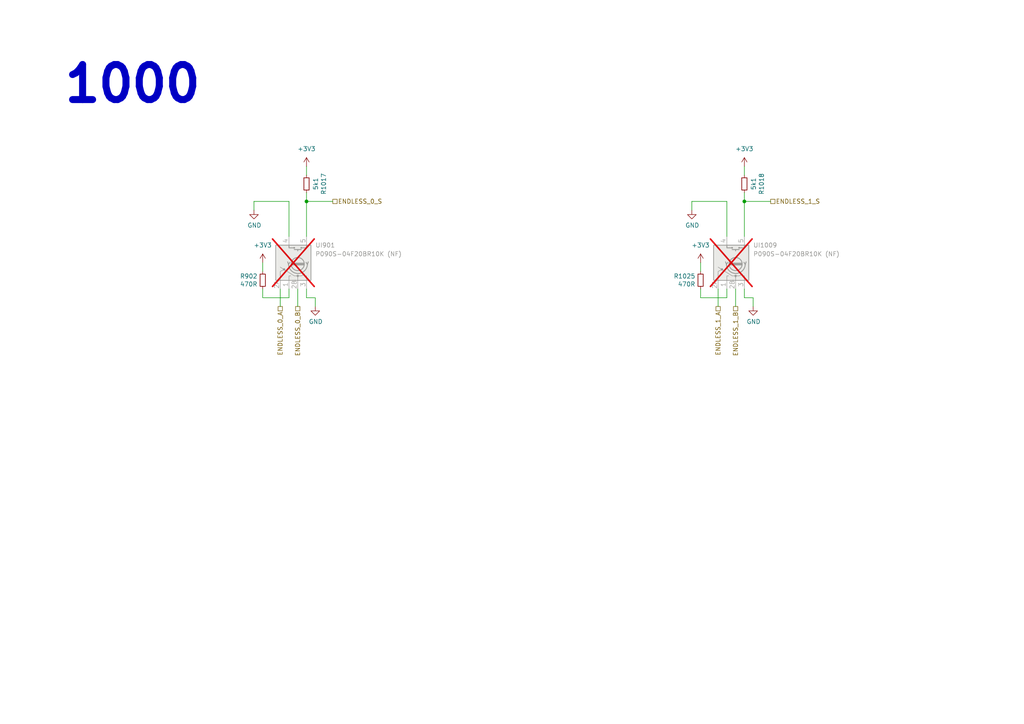
<source format=kicad_sch>
(kicad_sch (version 20250114) (generator "eeschema") (generator_version "9.0")
  (paper "A4")
  (lib_symbols
    (symbol "+3V3_1" (power) (pin_names (offset 0))
      (property "Value" "+3V3" (at 0 3.556 0))
      (symbol "+3V3_1_0_1"
        (polyline (pts (xy -0.762 1.27) (xy 0 2.54)))
        (polyline (pts (xy 0 2.54) (xy 0.762 1.27)))
        (polyline (pts (xy 0 0) (xy 0 2.54)))
      )
      (symbol "+3V3_1_1_1"
        (pin power_in line (at 0 0 90) (length 0) (hide yes) (name "+3V3") (number "1"))
      )
    )
    (symbol "+3V3_6" (power) (pin_names (offset 0))
      (property "Value" "+3V3" (at 0 3.556 0))
      (symbol "+3V3_6_0_1"
        (polyline (pts (xy -0.762 1.27) (xy 0 2.54)))
        (polyline (pts (xy 0 2.54) (xy 0.762 1.27)))
        (polyline (pts (xy 0 0) (xy 0 2.54)))
      )
      (symbol "+3V3_6_1_1"
        (pin power_in line (at 0 0 90) (length 0) (hide yes) (name "+3V3") (number "1"))
      )
    )
    (symbol "GND_1" (power) (pin_names (offset 0))
      (property "Value" "GND" (at 0 -3.81 0))
      (symbol "GND_1_0_1"
        (polyline (pts (xy 0 0) (xy 0 -1.27) (xy 1.27 -1.27) (xy 0 -2.54) (xy -1.27 -1.27) (xy 0 -1.27)))
      )
      (symbol "GND_1_1_1"
        (pin power_in line (at 0 0 270) (length 0) (hide yes) (name "GND") (number "1"))
      )
    )
    (symbol "GND_2" (power) (pin_names (offset 0))
      (property "Value" "GND" (at 0 -3.81 0))
      (symbol "GND_2_0_1"
        (polyline (pts (xy 0 0) (xy 0 -1.27) (xy 1.27 -1.27) (xy 0 -2.54) (xy -1.27 -1.27) (xy 0 -1.27)))
      )
      (symbol "GND_2_1_1"
        (pin power_in line (at 0 0 270) (length 0) (hide yes) (name "GND") (number "1"))
      )
    )
    (symbol "GND_3" (power) (pin_names (offset 0))
      (property "Value" "GND" (at 0 -3.81 0))
      (symbol "GND_3_0_1"
        (polyline (pts (xy 0 0) (xy 0 -1.27) (xy 1.27 -1.27) (xy 0 -2.54) (xy -1.27 -1.27) (xy 0 -1.27)))
      )
      (symbol "GND_3_1_1"
        (pin power_in line (at 0 0 270) (length 0) (hide yes) (name "GND") (number "1"))
      )
    )
    (symbol "RES_1" (pin_numbers (hide yes)) (pin_names (offset 0.254) (hide yes))
      (property "Reference" "R" (at 0.762 0.508 0))
      (symbol "RES_1_1_1"
        (rectangle (start -0.762 1.778) (end 0.762 -1.778) (stroke (width 0.2032)))
        (pin passive line (at 0 2.54 270) (length 0.762) (name "~") (number "1"))
        (pin passive line (at 0 -2.54 90) (length 0.762) (name "~") (number "2"))
      )
    )
    (symbol "RES_4" (pin_numbers (hide yes)) (pin_names (offset 0.254) (hide yes))
      (property "Reference" "R" (at 0.762 0.508 0))
      (symbol "RES_4_1_1"
        (rectangle (start -0.762 1.778) (end 0.762 -1.778) (stroke (width 0.2032)))
        (pin passive line (at 0 2.54 270) (length 0.762) (name "~") (number "1"))
        (pin passive line (at 0 -2.54 90) (length 0.762) (name "~") (number "2"))
      )
    )
    (symbol "power:+3V3" (power) (pin_names (offset 0))
      (property "Value" "+3V3" (at 0 3.556 0))
      (symbol "+3V3_0_1"
        (polyline (pts (xy -0.762 1.27) (xy 0 2.54)))
        (polyline (pts (xy 0 2.54) (xy 0.762 1.27)))
        (polyline (pts (xy 0 0) (xy 0 2.54)))
      )
      (symbol "+3V3_1_1"
        (pin power_in line (at 0 0 90) (length 0) (hide yes) (name "+3V3") (number "1"))
      )
    )
    (symbol "power:GND" (power) (pin_names (offset 0))
      (property "Value" "GND" (at 0 -3.81 0))
      (symbol "GND_0_1"
        (polyline (pts (xy 0 0) (xy 0 -1.27) (xy 1.27 -1.27) (xy 0 -2.54) (xy -1.27 -1.27) (xy 0 -1.27)))
      )
      (symbol "GND_1_1"
        (pin power_in line (at 0 0 270) (length 0) (hide yes) (name "GND") (number "1"))
      )
    )
    (symbol "suku_basics:RES" (pin_numbers (hide yes)) (pin_names (offset 0.254) (hide yes))
      (property "Reference" "R" (at 0.762 0.508 0))
      (symbol "RES_1_1"
        (rectangle (start -0.762 1.778) (end 0.762 -1.778) (stroke (width 0.2032)))
        (pin passive line (at 0 2.54 270) (length 0.762) (name "~") (number "1"))
        (pin passive line (at 0 -2.54 90) (length 0.762) (name "~") (number "2"))
      )
    )
    (symbol "suku_basics:UI_Endless_Potentiometer_Switch" (pin_names (offset 0.254) (hide yes))
      (property "Reference" "UI" (at -3.81 7.62 0))
      (property "Value" "UI_Endless_Potentiometer_Switch" (at 0 -7.62 0))
      (symbol "UI_Endless_Potentiometer_Switch_0_1"
        (rectangle (start -5.08 6.35) (end 5.08 -3.81) (stroke (width 0.254)) (fill (type background)))
        (polyline (pts (xy -5.08 5.08) (xy -4.572 5.08) (xy -2.54 5.08) (xy -1.9304 3.9624)))
        (polyline (pts (xy -5.08 2.54) (xy -3.81 2.54) (xy -3.81 2.032)))
        (polyline (pts (xy -5.08 0) (xy -3.81 0) (xy -3.81 -1.016) (xy -3.302 -2.032)))
        (polyline (pts (xy -5.08 -2.54) (xy -3.81 -2.54) (xy -3.81 -2.032)))
        (polyline (pts (xy -4.318 0) (xy -3.81 0) (xy -3.81 1.016) (xy -1.27 5.08)))
        (circle (center -3.81 0) (radius 0.254) (fill (type outline)))
        (circle (center -1.9304 3.9624) (radius 0.254) (fill (type outline)))
        (polyline (pts (xy -0.635 -1.778) (xy -0.635 1.778)) (stroke (width 0.254)))
        (circle (center -0.381 0) (radius 1.905) (stroke (width 0.254)))
        (polyline (pts (xy -0.381 -1.778) (xy -0.381 1.778)) (stroke (width 0.254)))
        (arc (start -0.381 -2.794) (mid -3.0988 -0.0635) (end -0.381 2.667) (stroke (width 0.254)))
        (polyline (pts (xy -0.127 1.778) (xy -0.127 -1.778)) (stroke (width 0.254)))
        (polyline (pts (xy 0.254 2.921) (xy -0.508 2.667) (xy 0.127 2.286)) (stroke (width 0.254)))
        (polyline (pts (xy 0.254 -3.048) (xy -0.508 -2.794) (xy 0.127 -2.413)) (stroke (width 0.254)))
        (polyline (pts (xy 3.81 1.016) (xy 3.81 -1.016)) (stroke (width 0.254)))
        (polyline (pts (xy 3.81 0) (xy 3.429 0)) (stroke (width 0.254)))
        (circle (center 4.318 1.016) (radius 0.127) (stroke (width 0.254)))
        (circle (center 4.318 -1.016) (radius 0.127) (stroke (width 0.254)))
        (polyline (pts (xy 5.08 2.54) (xy 4.318 2.54) (xy 4.318 1.016)) (stroke (width 0.254)))
        (polyline (pts (xy 5.08 -2.54) (xy 4.318 -2.54) (xy 4.318 -1.016)) (stroke (width 0.254)))
      )
      (symbol "UI_Endless_Potentiometer_Switch_1_1"
        (pin passive line (at -7.62 5.08 0) (length 2.54) (name "2A") (number "2A"))
        (pin passive line (at -7.62 2.54 0) (length 2.54) (name "1") (number "1"))
        (pin passive line (at -7.62 0 0) (length 2.54) (name "2B") (number "2B"))
        (pin passive line (at -7.62 -2.54 0) (length 2.54) (name "3") (number "3"))
        (pin no_connect line (at 0 7.62 270) (length 2.54) (hide yes) (name "7") (number "7"))
        (pin no_connect line (at 0 -5.08 90) (length 2.54) (hide yes) (name "6") (number "6"))
        (pin passive line (at 7.62 2.54 180) (length 2.54) (name "4") (number "4"))
        (pin passive line (at 7.62 -2.54 180) (length 2.54) (name "5") (number "5"))
      )
    )
  )
  (text "1000" (at 17.78 30.48 0) (effects (font (size 10.16 10.16) (thickness 2.032) (bold yes)) (justify left bottom)))
  (junction (at 215.9 58.42))
  (junction (at 88.9 58.42))
  (wire (pts (xy 203.2 76.2) (xy 203.2 78.74)))
  (wire (pts (xy 215.9 48.26) (xy 215.9 50.8)))
  (wire (pts (xy 76.2 83.82) (xy 76.2 86.36)))
  (wire (pts (xy 208.28 83.82) (xy 208.28 88.9)))
  (wire (pts (xy 91.44 88.9) (xy 91.44 86.36)))
  (wire (pts (xy 200.66 58.42) (xy 210.82 58.42)))
  (wire (pts (xy 215.9 55.88) (xy 215.9 58.42)))
  (wire (pts (xy 88.9 55.88) (xy 88.9 58.42)))
  (wire (pts (xy 88.9 86.36) (xy 88.9 83.82)))
  (wire (pts (xy 91.44 86.36) (xy 88.9 86.36)))
  (wire (pts (xy 88.9 48.26) (xy 88.9 50.8)))
  (wire (pts (xy 203.2 83.82) (xy 203.2 86.36)))
  (wire (pts (xy 76.2 76.2) (xy 76.2 78.74)))
  (wire (pts (xy 86.36 88.9) (xy 86.36 83.82)))
  (wire (pts (xy 83.82 86.36) (xy 83.82 83.82)))
  (wire (pts (xy 213.36 88.9) (xy 213.36 83.82)))
  (wire (pts (xy 83.82 58.42) (xy 83.82 68.58)))
  (wire (pts (xy 210.82 86.36) (xy 210.82 83.82)))
  (wire (pts (xy 215.9 86.36) (xy 215.9 83.82)))
  (wire (pts (xy 203.2 86.36) (xy 210.82 86.36)))
  (wire (pts (xy 73.66 58.42) (xy 83.82 58.42)))
  (wire (pts (xy 73.66 60.96) (xy 73.66 58.42)))
  (wire (pts (xy 81.28 83.82) (xy 81.28 88.9)))
  (wire (pts (xy 200.66 60.96) (xy 200.66 58.42)))
  (wire (pts (xy 210.82 58.42) (xy 210.82 68.58)))
  (wire (pts (xy 223.52 58.42) (xy 215.9 58.42)))
  (wire (pts (xy 76.2 86.36) (xy 83.82 86.36)))
  (wire (pts (xy 218.44 88.9) (xy 218.44 86.36)))
  (wire (pts (xy 215.9 58.42) (xy 215.9 68.58)))
  (wire (pts (xy 88.9 58.42) (xy 88.9 68.58)))
  (wire (pts (xy 218.44 86.36) (xy 215.9 86.36)))
  (wire (pts (xy 96.52 58.42) (xy 88.9 58.42)))
  (hierarchical_label "ENDLESS_1_A" (shape passive) (at 208.28 88.9 270))
  (hierarchical_label "ENDLESS_1_S" (shape passive) (at 223.52 58.42 0))
  (hierarchical_label "ENDLESS_1_B" (shape passive) (at 213.36 88.9 270))
  (hierarchical_label "ENDLESS_0_A" (shape passive) (at 81.28 88.9 270))
  (hierarchical_label "ENDLESS_0_B" (shape passive) (at 86.36 88.9 270))
  (hierarchical_label "ENDLESS_0_S" (shape passive) (at 96.52 58.42 0))
  (symbol (lib_id "suku_basics:UI_Endless_Potentiometer_Switch") (at 213.36 76.2 90) (unit 1) (dnp yes)
    (property "Reference" "UI1009" (at 218.44 71.12 90) (effects (justify right)))
    (property "Value" "P090S-04F20BR10K (NF)" (at 218.44 73.66 90) (effects (justify right)))
    (property "Footprint" "suku_basics:UI_ENDLESSPOTSW_ALPHA" (effects (hide yes)))
  )
  (symbol (lib_name "GND_3") (lib_id "power:GND") (at 218.44 88.9 0) (unit 1)
    (property "Reference" "#PWR01045" (effects (hide yes)))
    (property "Value" "GND" (at 218.567 93.2942 0))
  )
  (symbol (lib_id "power:GND") (at 73.66 60.96 0) (unit 1)
    (property "Reference" "#PWR0956" (effects (hide yes)))
    (property "Value" "GND" (at 73.787 65.3542 0))
  )
  (symbol (lib_id "suku_basics:RES") (at 203.2 81.28 0) (mirror y) (unit 1)
    (property "Reference" "R1025" (at 201.7014 80.1116 0) (effects (justify left)))
    (property "Value" "470R" (at 201.7014 82.423 0) (effects (justify left)))
    (property "Footprint" "suku_basics:RES_0402" (effects (hide yes)))
  )
  (symbol (lib_name "+3V3_1") (lib_id "power:+3V3") (at 76.2 76.2 0) (unit 1)
    (property "Reference" "#PWR0957" (effects (hide yes)))
    (property "Value" "+3V3" (at 76.2 71.12 0))
  )
  (symbol (lib_name "+3V3_6") (lib_id "power:+3V3") (at 215.9 48.26 0) (unit 1)
    (property "Reference" "#PWR0663" (effects (hide yes)))
    (property "Value" "+3V3" (at 215.9 43.18 0))
  )
  (symbol (lib_name "RES_1") (lib_id "suku_basics:RES") (at 76.2 81.28 0) (mirror y) (unit 1)
    (property "Reference" "R902" (at 74.7014 80.1116 0) (effects (justify left)))
    (property "Value" "470R" (at 74.7014 82.423 0) (effects (justify left)))
    (property "Footprint" "suku_basics:RES_0402" (effects (hide yes)))
  )
  (symbol (lib_id "power:+3V3") (at 203.2 76.2 0) (unit 1)
    (property "Reference" "#PWR01041" (effects (hide yes)))
    (property "Value" "+3V3" (at 203.2 71.12 0))
  )
  (symbol (lib_name "RES_4") (lib_id "suku_basics:RES") (at 88.9 53.34 180) (unit 1)
    (property "Reference" "R1017" (at 93.8784 53.34 90))
    (property "Value" "5k1" (at 91.567 53.34 90))
    (property "Footprint" "suku_basics:RES_0402" (effects (hide yes)))
  )
  (symbol (lib_name "+3V3_6") (lib_id "power:+3V3") (at 88.9 48.26 0) (unit 1)
    (property "Reference" "#PWR0660" (effects (hide yes)))
    (property "Value" "+3V3" (at 88.9 43.18 0))
  )
  (symbol (lib_name "GND_2") (lib_id "power:GND") (at 200.66 60.96 0) (unit 1)
    (property "Reference" "#PWR0958" (effects (hide yes)))
    (property "Value" "GND" (at 200.787 65.3542 0))
  )
  (symbol (lib_id "suku_basics:UI_Endless_Potentiometer_Switch") (at 86.36 76.2 90) (unit 1) (dnp yes)
    (property "Reference" "UI901" (at 91.44 71.12 90) (effects (justify right)))
    (property "Value" "P090S-04F20BR10K (NF)" (at 91.44 73.66 90) (effects (justify right)))
    (property "Footprint" "suku_basics:UI_ENDLESSPOTSW_ALPHA" (effects (hide yes)))
  )
  (symbol (lib_name "RES_4") (lib_id "suku_basics:RES") (at 215.9 53.34 180) (unit 1)
    (property "Reference" "R1018" (at 220.8784 53.34 90))
    (property "Value" "5k1" (at 218.567 53.34 90))
    (property "Footprint" "suku_basics:RES_0402" (effects (hide yes)))
  )
  (symbol (lib_name "GND_1") (lib_id "power:GND") (at 91.44 88.9 0) (unit 1)
    (property "Reference" "#PWR0959" (effects (hide yes)))
    (property "Value" "GND" (at 91.567 93.2942 0))
  )
)
</source>
